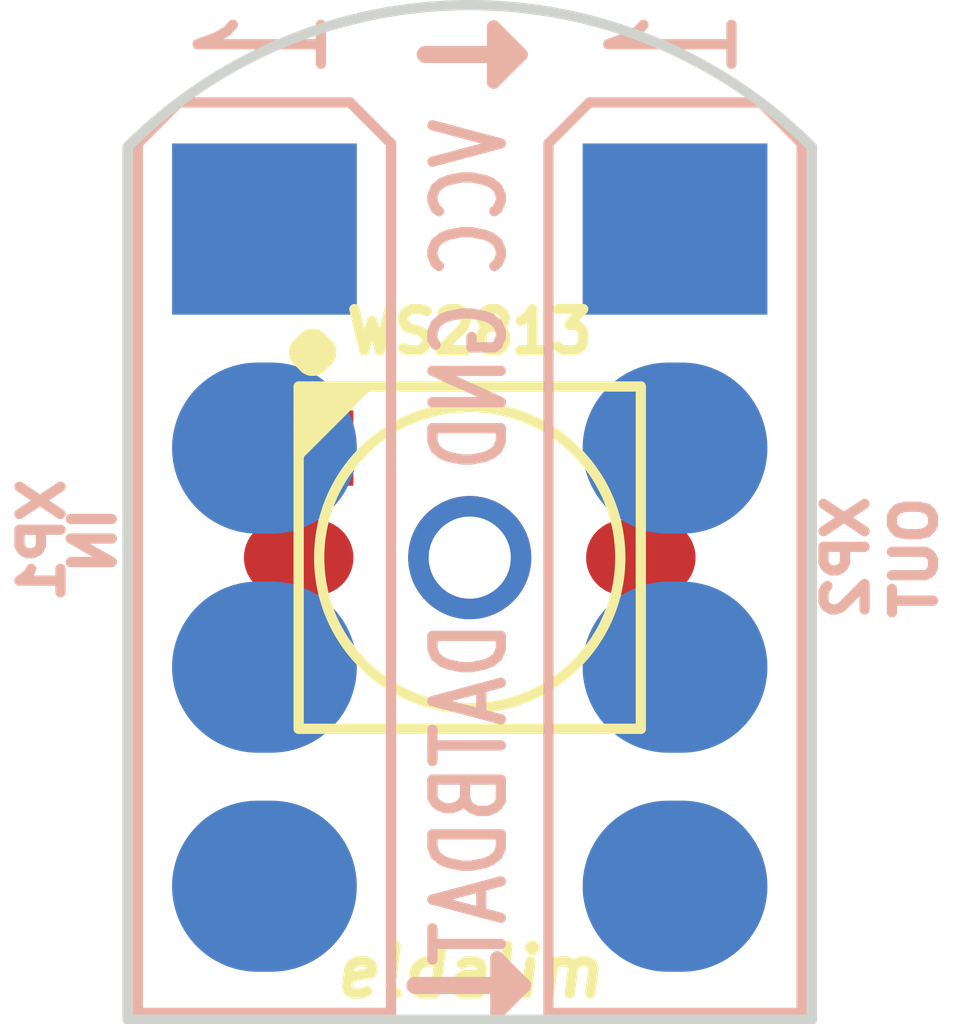
<source format=kicad_pcb>
(kicad_pcb (version 20171130) (host pcbnew "(5.0.0-rc2-dev-596-gcfd2f1d00)")

  (general
    (thickness 1.6)
    (drawings 25)
    (tracks 0)
    (zones 0)
    (modules 4)
    (nets 6)
  )

  (page A4)
  (layers
    (0 F.Cu signal)
    (31 B.Cu signal)
    (36 B.SilkS user)
    (37 F.SilkS user)
    (38 B.Mask user)
    (39 F.Mask user)
    (40 Dwgs.User user hide)
    (44 Edge.Cuts user)
  )

  (setup
    (last_trace_width 0.2)
    (trace_clearance 0.2)
    (zone_clearance 0.3)
    (zone_45_only no)
    (trace_min 0.2)
    (segment_width 0.15)
    (edge_width 0.15)
    (via_size 0.7)
    (via_drill 0.3)
    (via_min_size 0.7)
    (via_min_drill 0.3)
    (uvia_size 0.7)
    (uvia_drill 0.3)
    (uvias_allowed no)
    (uvia_min_size 0.508)
    (uvia_min_drill 0.127)
    (pcb_text_width 0.3)
    (pcb_text_size 1.5 1.5)
    (mod_edge_width 0.15)
    (mod_text_size 1.5 1.5)
    (mod_text_width 0.15)
    (pad_size 1.8 1.8)
    (pad_drill 1.2)
    (pad_to_mask_clearance 0.2)
    (aux_axis_origin 100 50)
    (grid_origin 100 50)
    (visible_elements 7FFFFF7F)
    (pcbplotparams
      (layerselection 0x010f0_80000001)
      (usegerberextensions true)
      (usegerberattributes false)
      (usegerberadvancedattributes false)
      (creategerberjobfile false)
      (gerberprecision 5)
      (excludeedgelayer true)
      (linewidth 0.150000)
      (plotframeref false)
      (viasonmask false)
      (mode 1)
      (useauxorigin false)
      (hpglpennumber 1)
      (hpglpenspeed 20)
      (hpglpendiameter 15)
      (psnegative false)
      (psa4output false)
      (plotreference true)
      (plotvalue true)
      (plotinvisibletext false)
      (padsonsilk false)
      (subtractmaskfromsilk false)
      (outputformat 1)
      (mirror false)
      (drillshape 0)
      (scaleselection 1)
      (outputdirectory Gerber/))
  )

  (net 0 "")
  (net 1 GND)
  (net 2 +VCC)
  (net 3 /Din)
  (net 4 /BDin)
  (net 5 /Dout)

  (net_class Default "Это класс цепей по умолчанию."
    (clearance 0.2)
    (trace_width 0.2)
    (via_dia 0.7)
    (via_drill 0.3)
    (uvia_dia 0.7)
    (uvia_drill 0.3)
    (add_net /BDin)
    (add_net /Din)
    (add_net /Dout)
  )

  (net_class wide ""
    (clearance 0.2)
    (trace_width 0.5)
    (via_dia 0.9)
    (via_drill 0.4)
    (uvia_dia 0.7)
    (uvia_drill 0.3)
    (add_net +VCC)
    (add_net GND)
  )

  (module LEDs:WS2813 (layer F.Cu) (tedit 5A0ECAAC) (tstamp 5A0EBD82)
    (at 100 50 180)
    (path /5A0DEBE9)
    (attr smd)
    (fp_text reference HL1 (at 0 -1.5 180) (layer F.SilkS) hide
      (effects (font (size 0.6 0.6) (thickness 0.15)))
    )
    (fp_text value WS2813 (at 0 3.3 180) (layer F.SilkS)
      (effects (font (size 0.6 0.6) (thickness 0.15)))
    )
    (fp_text user . (at 3.1 3 270) (layer F.SilkS)
      (effects (font (size 2 2) (thickness 0.5)))
    )
    (fp_line (start 1.5 2.5) (end 2.5 1.5) (layer F.SilkS) (width 0.15))
    (fp_line (start 2.5 2.3) (end 2.3 2.5) (layer F.SilkS) (width 0.15))
    (fp_line (start 2.1 2.5) (end 2.5 2.1) (layer F.SilkS) (width 0.15))
    (fp_line (start 2.5 1.9) (end 1.9 2.5) (layer F.SilkS) (width 0.15))
    (fp_line (start 1.7 2.5) (end 2.5 1.7) (layer F.SilkS) (width 0.15))
    (fp_line (start 2.5 1.6) (end 1.6 2.5) (layer F.SilkS) (width 0.15))
    (fp_circle (center 0 0) (end 0 2.2) (layer F.SilkS) (width 0.15))
    (fp_line (start 2.5 -2.5) (end 2.5 2.5) (layer F.SilkS) (width 0.15))
    (fp_line (start 2.5 2.5) (end -2.5 2.5) (layer F.SilkS) (width 0.15))
    (fp_line (start -2.5 2.5) (end -2.5 -2.5) (layer F.SilkS) (width 0.15))
    (fp_line (start -2.5 -2.5) (end 2.5 -2.5) (layer F.SilkS) (width 0.14986))
    (pad 5 smd oval (at -2.5 0 180) (size 1.6 1.1) (layers F.Cu F.Mask)
      (net 1 GND))
    (pad 2 smd oval (at 2.5 0 180) (size 1.6 1.1) (layers F.Cu F.Mask)
      (net 2 +VCC))
    (pad 1 smd rect (at 2.5 1.6 180) (size 1.6 1.1) (layers F.Cu F.Mask)
      (net 2 +VCC))
    (pad 4 smd oval (at -2.5 -1.6 180) (size 1.6 1.1) (layers F.Cu F.Mask)
      (net 3 /Din))
    (pad 6 smd oval (at -2.5 1.6 180) (size 1.6 1.1) (layers F.Cu F.Mask)
      (net 4 /BDin))
    (pad 3 smd oval (at 2.5 -1.6 180) (size 1.6 1.1) (layers F.Cu F.Mask)
      (net 5 /Dout))
  )

  (module PCB_details:Hole_for_M2 (layer F.Cu) (tedit 5A0EBDF3) (tstamp 5A0EBD87)
    (at 100 50 270)
    (path /5A0DF70B)
    (fp_text reference Hole1 (at 0 2.25 270) (layer F.SilkS) hide
      (effects (font (size 0.127 0.127) (thickness 0.02)))
    )
    (fp_text value HoleMetalled (at 0 -2.25 270) (layer F.SilkS) hide
      (effects (font (size 0.127 0.127) (thickness 0.02)))
    )
    (pad H thru_hole circle (at 0 0 270) (size 1.8 1.8) (drill 1.2) (layers *.Cu *.Mask)
      (net 1 GND) (zone_connect 2))
  )

  (module Connectors:for_WS2813_AVX_00-9176 (layer B.Cu) (tedit 5BEB07F0) (tstamp 5BEB070D)
    (at 97 50 270)
    (path /5A0DE699)
    (fp_text reference XP1 (at -0.25 3.25 270) (layer B.SilkS)
      (effects (font (size 0.6 0.6) (thickness 0.15)) (justify mirror))
    )
    (fp_text value IN (at -0.25 2.5 90) (layer B.SilkS)
      (effects (font (size 0.6 0.6) (thickness 0.15)) (justify mirror))
    )
    (fp_text user BDAT (at 4.75 2.75 90) (layer B.SilkS) hide
      (effects (font (size 1 0.8) (thickness 0.15)) (justify mirror))
    )
    (fp_text user 1 (at -7.5 0 270) (layer B.SilkS)
      (effects (font (size 1.8 1) (thickness 0.15)) (justify mirror))
    )
    (fp_line (start -6.65 -1.25) (end -6.65 1.25) (layer B.SilkS) (width 0.15))
    (fp_line (start -6.05 -1.85) (end -6.65 -1.25) (layer B.SilkS) (width 0.15))
    (fp_line (start -6.05 1.85) (end -6.65 1.25) (layer B.SilkS) (width 0.15))
    (fp_line (start 6.65 -1.85) (end 6.65 1.85) (layer B.SilkS) (width 0.15))
    (fp_line (start -6.05 1.85) (end 6.65 1.85) (layer B.SilkS) (width 0.15))
    (fp_line (start 6.65 -1.85) (end -6.05 -1.85) (layer B.SilkS) (width 0.15))
    (fp_text user VCC (at -4.75 2.75 90) (layer B.SilkS) hide
      (effects (font (size 1 0.8) (thickness 0.15)) (justify mirror))
    )
    (fp_text user GND (at -1.75 2.75 90) (layer B.SilkS) hide
      (effects (font (size 1 0.8) (thickness 0.15)) (justify mirror))
    )
    (fp_text user DAT (at 1.5 2.75 90) (layer B.SilkS) hide
      (effects (font (size 1 0.8) (thickness 0.15)) (justify mirror))
    )
    (pad 4 smd oval (at 4.8 0 270) (size 2.5 2.7) (layers B.Cu B.Paste B.Mask)
      (net 4 /BDin))
    (pad 3 smd oval (at 1.6 0 270) (size 2.5 2.7) (layers B.Cu B.Paste B.Mask)
      (net 3 /Din))
    (pad 2 smd oval (at -1.6 0 270) (size 2.5 2.7) (layers B.Cu B.Paste B.Mask)
      (net 1 GND) (zone_connect 1))
    (pad 1 smd rect (at -4.8 0 270) (size 2.5 2.7) (layers B.Cu B.Paste B.Mask)
      (net 2 +VCC))
  )

  (module Connectors:for_WS2813_AVX_00-9176 (layer B.Cu) (tedit 5BEB089E) (tstamp 5BEB071F)
    (at 103 50 270)
    (path /5A0DE62D)
    (fp_text reference XP2 (at 0 -2.5 270) (layer B.SilkS)
      (effects (font (size 0.6 0.6) (thickness 0.15)) (justify mirror))
    )
    (fp_text value OUT (at 0 -3.5 90) (layer B.SilkS)
      (effects (font (size 0.6 0.6) (thickness 0.15)) (justify mirror))
    )
    (fp_text user DAT (at 2 3 90) (layer B.SilkS)
      (effects (font (size 1 0.8) (thickness 0.15)) (justify mirror))
    )
    (fp_text user GND (at -2.5 3 90) (layer B.SilkS)
      (effects (font (size 1 0.8) (thickness 0.15)) (justify mirror))
    )
    (fp_text user VCC (at -5.25 3 90) (layer B.SilkS)
      (effects (font (size 1 0.8) (thickness 0.15)) (justify mirror))
    )
    (fp_line (start 6.65 -1.85) (end -6.05 -1.85) (layer B.SilkS) (width 0.15))
    (fp_line (start -6.05 1.85) (end 6.65 1.85) (layer B.SilkS) (width 0.15))
    (fp_line (start 6.65 -1.85) (end 6.65 1.85) (layer B.SilkS) (width 0.15))
    (fp_line (start -6.05 1.85) (end -6.65 1.25) (layer B.SilkS) (width 0.15))
    (fp_line (start -6.05 -1.85) (end -6.65 -1.25) (layer B.SilkS) (width 0.15))
    (fp_line (start -6.65 -1.25) (end -6.65 1.25) (layer B.SilkS) (width 0.15))
    (fp_text user 1 (at -7.5 0 270) (layer B.SilkS)
      (effects (font (size 1.8 1) (thickness 0.15)) (justify mirror))
    )
    (fp_text user BDAT (at 4.5 3 270) (layer B.SilkS)
      (effects (font (size 1 0.8) (thickness 0.15)) (justify mirror))
    )
    (pad 1 smd rect (at -4.8 0 270) (size 2.5 2.7) (layers B.Cu B.Paste B.Mask)
      (net 2 +VCC))
    (pad 2 smd oval (at -1.6 0 270) (size 2.5 2.7) (layers B.Cu B.Paste B.Mask)
      (net 1 GND) (zone_connect 1))
    (pad 3 smd oval (at 1.6 0 270) (size 2.5 2.7) (layers B.Cu B.Paste B.Mask)
      (net 5 /Dout))
    (pad 4 smd oval (at 4.8 0 270) (size 2.5 2.7) (layers B.Cu B.Paste B.Mask)
      (net 3 /Din))
  )

  (gr_arc (start 100 49) (end 95 44) (angle 90) (layer Edge.Cuts) (width 0.15))
  (gr_line (start 95 56.75) (end 95 44) (angle 90) (layer Edge.Cuts) (width 0.15))
  (gr_line (start 105 56.75) (end 105 44) (angle 90) (layer Edge.Cuts) (width 0.15))
  (gr_line (start 95 56.75) (end 105 56.75) (angle 90) (layer Edge.Cuts) (width 0.15))
  (gr_line (start 100.4 56.65) (end 100.8 56.25) (angle 90) (layer B.SilkS) (width 0.2))
  (gr_line (start 100.4 55.85) (end 100.4 56.65) (angle 90) (layer B.SilkS) (width 0.2))
  (gr_line (start 100.5 56.55) (end 100.5 55.95) (angle 90) (layer B.SilkS) (width 0.15))
  (gr_line (start 100.8 56.25) (end 100.4 55.85) (angle 90) (layer B.SilkS) (width 0.2))
  (gr_line (start 100.7 56.25) (end 99.2 56.25) (angle 90) (layer B.SilkS) (width 0.25))
  (gr_line (start 99.35 42.65) (end 100.65 42.65) (angle 90) (layer B.SilkS) (width 0.25))
  (gr_line (start 100.45 42.35) (end 100.45 42.95) (angle 90) (layer B.SilkS) (width 0.15))
  (gr_text eldalim (at 100 56.05) (layer F.SilkS)
    (effects (font (size 0.7 0.7) (thickness 0.15) italic))
  )
  (gr_line (start 100.35 43.05) (end 100.75 42.65) (angle 90) (layer B.SilkS) (width 0.2))
  (gr_line (start 100.35 42.25) (end 100.35 43.05) (angle 90) (layer B.SilkS) (width 0.2))
  (gr_line (start 100.75 42.65) (end 100.35 42.25) (angle 90) (layer B.SilkS) (width 0.2))
  (gr_line (start 141 57.5) (end 143 57.5) (angle 90) (layer Dwgs.User) (width 0.15))
  (gr_line (start 141.25 57.25) (end 141 57.5) (angle 90) (layer Dwgs.User) (width 0.15))
  (gr_line (start 141.25 57.75) (end 141.25 57.25) (angle 90) (layer Dwgs.User) (width 0.15))
  (gr_line (start 141 57.5) (end 141.25 57.75) (angle 90) (layer Dwgs.User) (width 0.15))
  (gr_circle (center 140.5 57.5) (end 140.75 57.5) (layer Dwgs.User) (width 0.15))
  (gr_line (start 181 59) (end 183.5 59) (angle 90) (layer Dwgs.User) (width 0.15) (tstamp 597900FF))
  (gr_line (start 183.5 56) (end 181 56) (angle 90) (layer Dwgs.User) (width 0.15) (tstamp 59790108))
  (gr_line (start 183.5 50) (end 183.5 65) (angle 90) (layer Dwgs.User) (width 0.15))
  (gr_text 0x0 (at 142.25 57) (layer Dwgs.User)
    (effects (font (size 0.6 0.6) (thickness 0.1)))
  )
  (gr_line (start 97.5 50) (end 97.5 65) (angle 90) (layer Dwgs.User) (width 0.15))

)

</source>
